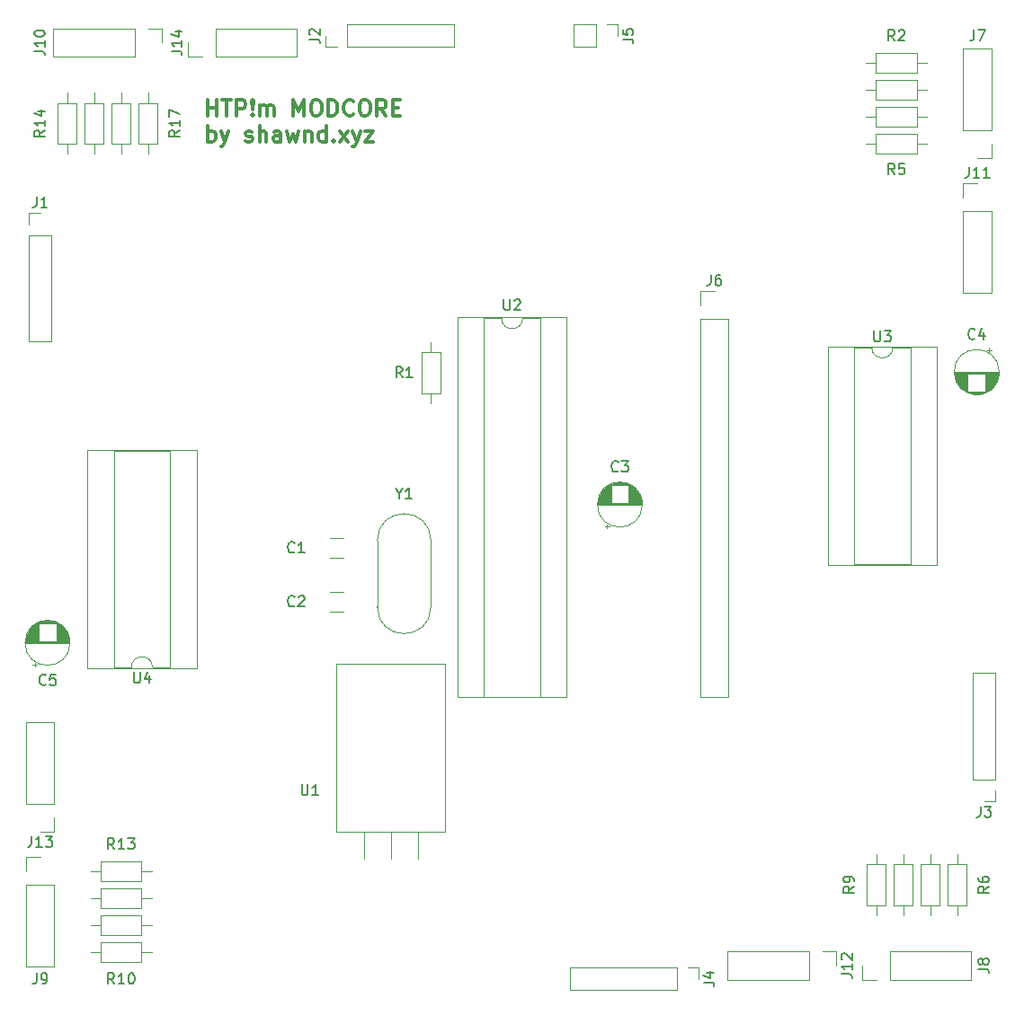
<source format=gto>
%TF.GenerationSoftware,KiCad,Pcbnew,7.0.7*%
%TF.CreationDate,2023-09-23T02:03:23-07:00*%
%TF.ProjectId,htpm_modcore,6874706d-5f6d-46f6-9463-6f72652e6b69,01*%
%TF.SameCoordinates,Original*%
%TF.FileFunction,Legend,Top*%
%TF.FilePolarity,Positive*%
%FSLAX46Y46*%
G04 Gerber Fmt 4.6, Leading zero omitted, Abs format (unit mm)*
G04 Created by KiCad (PCBNEW 7.0.7) date 2023-09-23 02:03:23*
%MOMM*%
%LPD*%
G01*
G04 APERTURE LIST*
%ADD10C,0.300000*%
%ADD11C,0.150000*%
%ADD12C,0.120000*%
G04 APERTURE END LIST*
D10*
X127554510Y-32945828D02*
X127554510Y-31445828D01*
X127554510Y-32160114D02*
X128411653Y-32160114D01*
X128411653Y-32945828D02*
X128411653Y-31445828D01*
X128911654Y-31445828D02*
X129768797Y-31445828D01*
X129340225Y-32945828D02*
X129340225Y-31445828D01*
X130268796Y-32945828D02*
X130268796Y-31445828D01*
X130268796Y-31445828D02*
X130840225Y-31445828D01*
X130840225Y-31445828D02*
X130983082Y-31517257D01*
X130983082Y-31517257D02*
X131054511Y-31588685D01*
X131054511Y-31588685D02*
X131125939Y-31731542D01*
X131125939Y-31731542D02*
X131125939Y-31945828D01*
X131125939Y-31945828D02*
X131054511Y-32088685D01*
X131054511Y-32088685D02*
X130983082Y-32160114D01*
X130983082Y-32160114D02*
X130840225Y-32231542D01*
X130840225Y-32231542D02*
X130268796Y-32231542D01*
X131768796Y-32802971D02*
X131840225Y-32874400D01*
X131840225Y-32874400D02*
X131768796Y-32945828D01*
X131768796Y-32945828D02*
X131697368Y-32874400D01*
X131697368Y-32874400D02*
X131768796Y-32802971D01*
X131768796Y-32802971D02*
X131768796Y-32945828D01*
X131768796Y-32374400D02*
X131697368Y-31517257D01*
X131697368Y-31517257D02*
X131768796Y-31445828D01*
X131768796Y-31445828D02*
X131840225Y-31517257D01*
X131840225Y-31517257D02*
X131768796Y-32374400D01*
X131768796Y-32374400D02*
X131768796Y-31445828D01*
X132483082Y-32945828D02*
X132483082Y-31945828D01*
X132483082Y-32088685D02*
X132554511Y-32017257D01*
X132554511Y-32017257D02*
X132697368Y-31945828D01*
X132697368Y-31945828D02*
X132911654Y-31945828D01*
X132911654Y-31945828D02*
X133054511Y-32017257D01*
X133054511Y-32017257D02*
X133125940Y-32160114D01*
X133125940Y-32160114D02*
X133125940Y-32945828D01*
X133125940Y-32160114D02*
X133197368Y-32017257D01*
X133197368Y-32017257D02*
X133340225Y-31945828D01*
X133340225Y-31945828D02*
X133554511Y-31945828D01*
X133554511Y-31945828D02*
X133697368Y-32017257D01*
X133697368Y-32017257D02*
X133768797Y-32160114D01*
X133768797Y-32160114D02*
X133768797Y-32945828D01*
X135625939Y-32945828D02*
X135625939Y-31445828D01*
X135625939Y-31445828D02*
X136125939Y-32517257D01*
X136125939Y-32517257D02*
X136625939Y-31445828D01*
X136625939Y-31445828D02*
X136625939Y-32945828D01*
X137625940Y-31445828D02*
X137911654Y-31445828D01*
X137911654Y-31445828D02*
X138054511Y-31517257D01*
X138054511Y-31517257D02*
X138197368Y-31660114D01*
X138197368Y-31660114D02*
X138268797Y-31945828D01*
X138268797Y-31945828D02*
X138268797Y-32445828D01*
X138268797Y-32445828D02*
X138197368Y-32731542D01*
X138197368Y-32731542D02*
X138054511Y-32874400D01*
X138054511Y-32874400D02*
X137911654Y-32945828D01*
X137911654Y-32945828D02*
X137625940Y-32945828D01*
X137625940Y-32945828D02*
X137483083Y-32874400D01*
X137483083Y-32874400D02*
X137340225Y-32731542D01*
X137340225Y-32731542D02*
X137268797Y-32445828D01*
X137268797Y-32445828D02*
X137268797Y-31945828D01*
X137268797Y-31945828D02*
X137340225Y-31660114D01*
X137340225Y-31660114D02*
X137483083Y-31517257D01*
X137483083Y-31517257D02*
X137625940Y-31445828D01*
X138911654Y-32945828D02*
X138911654Y-31445828D01*
X138911654Y-31445828D02*
X139268797Y-31445828D01*
X139268797Y-31445828D02*
X139483083Y-31517257D01*
X139483083Y-31517257D02*
X139625940Y-31660114D01*
X139625940Y-31660114D02*
X139697369Y-31802971D01*
X139697369Y-31802971D02*
X139768797Y-32088685D01*
X139768797Y-32088685D02*
X139768797Y-32302971D01*
X139768797Y-32302971D02*
X139697369Y-32588685D01*
X139697369Y-32588685D02*
X139625940Y-32731542D01*
X139625940Y-32731542D02*
X139483083Y-32874400D01*
X139483083Y-32874400D02*
X139268797Y-32945828D01*
X139268797Y-32945828D02*
X138911654Y-32945828D01*
X141268797Y-32802971D02*
X141197369Y-32874400D01*
X141197369Y-32874400D02*
X140983083Y-32945828D01*
X140983083Y-32945828D02*
X140840226Y-32945828D01*
X140840226Y-32945828D02*
X140625940Y-32874400D01*
X140625940Y-32874400D02*
X140483083Y-32731542D01*
X140483083Y-32731542D02*
X140411654Y-32588685D01*
X140411654Y-32588685D02*
X140340226Y-32302971D01*
X140340226Y-32302971D02*
X140340226Y-32088685D01*
X140340226Y-32088685D02*
X140411654Y-31802971D01*
X140411654Y-31802971D02*
X140483083Y-31660114D01*
X140483083Y-31660114D02*
X140625940Y-31517257D01*
X140625940Y-31517257D02*
X140840226Y-31445828D01*
X140840226Y-31445828D02*
X140983083Y-31445828D01*
X140983083Y-31445828D02*
X141197369Y-31517257D01*
X141197369Y-31517257D02*
X141268797Y-31588685D01*
X142197369Y-31445828D02*
X142483083Y-31445828D01*
X142483083Y-31445828D02*
X142625940Y-31517257D01*
X142625940Y-31517257D02*
X142768797Y-31660114D01*
X142768797Y-31660114D02*
X142840226Y-31945828D01*
X142840226Y-31945828D02*
X142840226Y-32445828D01*
X142840226Y-32445828D02*
X142768797Y-32731542D01*
X142768797Y-32731542D02*
X142625940Y-32874400D01*
X142625940Y-32874400D02*
X142483083Y-32945828D01*
X142483083Y-32945828D02*
X142197369Y-32945828D01*
X142197369Y-32945828D02*
X142054512Y-32874400D01*
X142054512Y-32874400D02*
X141911654Y-32731542D01*
X141911654Y-32731542D02*
X141840226Y-32445828D01*
X141840226Y-32445828D02*
X141840226Y-31945828D01*
X141840226Y-31945828D02*
X141911654Y-31660114D01*
X141911654Y-31660114D02*
X142054512Y-31517257D01*
X142054512Y-31517257D02*
X142197369Y-31445828D01*
X144340226Y-32945828D02*
X143840226Y-32231542D01*
X143483083Y-32945828D02*
X143483083Y-31445828D01*
X143483083Y-31445828D02*
X144054512Y-31445828D01*
X144054512Y-31445828D02*
X144197369Y-31517257D01*
X144197369Y-31517257D02*
X144268798Y-31588685D01*
X144268798Y-31588685D02*
X144340226Y-31731542D01*
X144340226Y-31731542D02*
X144340226Y-31945828D01*
X144340226Y-31945828D02*
X144268798Y-32088685D01*
X144268798Y-32088685D02*
X144197369Y-32160114D01*
X144197369Y-32160114D02*
X144054512Y-32231542D01*
X144054512Y-32231542D02*
X143483083Y-32231542D01*
X144983083Y-32160114D02*
X145483083Y-32160114D01*
X145697369Y-32945828D02*
X144983083Y-32945828D01*
X144983083Y-32945828D02*
X144983083Y-31445828D01*
X144983083Y-31445828D02*
X145697369Y-31445828D01*
X127554510Y-35360828D02*
X127554510Y-33860828D01*
X127554510Y-34432257D02*
X127697368Y-34360828D01*
X127697368Y-34360828D02*
X127983082Y-34360828D01*
X127983082Y-34360828D02*
X128125939Y-34432257D01*
X128125939Y-34432257D02*
X128197368Y-34503685D01*
X128197368Y-34503685D02*
X128268796Y-34646542D01*
X128268796Y-34646542D02*
X128268796Y-35075114D01*
X128268796Y-35075114D02*
X128197368Y-35217971D01*
X128197368Y-35217971D02*
X128125939Y-35289400D01*
X128125939Y-35289400D02*
X127983082Y-35360828D01*
X127983082Y-35360828D02*
X127697368Y-35360828D01*
X127697368Y-35360828D02*
X127554510Y-35289400D01*
X128768796Y-34360828D02*
X129125939Y-35360828D01*
X129483082Y-34360828D02*
X129125939Y-35360828D01*
X129125939Y-35360828D02*
X128983082Y-35717971D01*
X128983082Y-35717971D02*
X128911653Y-35789400D01*
X128911653Y-35789400D02*
X128768796Y-35860828D01*
X131125939Y-35289400D02*
X131268796Y-35360828D01*
X131268796Y-35360828D02*
X131554510Y-35360828D01*
X131554510Y-35360828D02*
X131697367Y-35289400D01*
X131697367Y-35289400D02*
X131768796Y-35146542D01*
X131768796Y-35146542D02*
X131768796Y-35075114D01*
X131768796Y-35075114D02*
X131697367Y-34932257D01*
X131697367Y-34932257D02*
X131554510Y-34860828D01*
X131554510Y-34860828D02*
X131340225Y-34860828D01*
X131340225Y-34860828D02*
X131197367Y-34789400D01*
X131197367Y-34789400D02*
X131125939Y-34646542D01*
X131125939Y-34646542D02*
X131125939Y-34575114D01*
X131125939Y-34575114D02*
X131197367Y-34432257D01*
X131197367Y-34432257D02*
X131340225Y-34360828D01*
X131340225Y-34360828D02*
X131554510Y-34360828D01*
X131554510Y-34360828D02*
X131697367Y-34432257D01*
X132411653Y-35360828D02*
X132411653Y-33860828D01*
X133054511Y-35360828D02*
X133054511Y-34575114D01*
X133054511Y-34575114D02*
X132983082Y-34432257D01*
X132983082Y-34432257D02*
X132840225Y-34360828D01*
X132840225Y-34360828D02*
X132625939Y-34360828D01*
X132625939Y-34360828D02*
X132483082Y-34432257D01*
X132483082Y-34432257D02*
X132411653Y-34503685D01*
X134411654Y-35360828D02*
X134411654Y-34575114D01*
X134411654Y-34575114D02*
X134340225Y-34432257D01*
X134340225Y-34432257D02*
X134197368Y-34360828D01*
X134197368Y-34360828D02*
X133911654Y-34360828D01*
X133911654Y-34360828D02*
X133768796Y-34432257D01*
X134411654Y-35289400D02*
X134268796Y-35360828D01*
X134268796Y-35360828D02*
X133911654Y-35360828D01*
X133911654Y-35360828D02*
X133768796Y-35289400D01*
X133768796Y-35289400D02*
X133697368Y-35146542D01*
X133697368Y-35146542D02*
X133697368Y-35003685D01*
X133697368Y-35003685D02*
X133768796Y-34860828D01*
X133768796Y-34860828D02*
X133911654Y-34789400D01*
X133911654Y-34789400D02*
X134268796Y-34789400D01*
X134268796Y-34789400D02*
X134411654Y-34717971D01*
X134983082Y-34360828D02*
X135268797Y-35360828D01*
X135268797Y-35360828D02*
X135554511Y-34646542D01*
X135554511Y-34646542D02*
X135840225Y-35360828D01*
X135840225Y-35360828D02*
X136125939Y-34360828D01*
X136697368Y-34360828D02*
X136697368Y-35360828D01*
X136697368Y-34503685D02*
X136768797Y-34432257D01*
X136768797Y-34432257D02*
X136911654Y-34360828D01*
X136911654Y-34360828D02*
X137125940Y-34360828D01*
X137125940Y-34360828D02*
X137268797Y-34432257D01*
X137268797Y-34432257D02*
X137340226Y-34575114D01*
X137340226Y-34575114D02*
X137340226Y-35360828D01*
X138697369Y-35360828D02*
X138697369Y-33860828D01*
X138697369Y-35289400D02*
X138554511Y-35360828D01*
X138554511Y-35360828D02*
X138268797Y-35360828D01*
X138268797Y-35360828D02*
X138125940Y-35289400D01*
X138125940Y-35289400D02*
X138054511Y-35217971D01*
X138054511Y-35217971D02*
X137983083Y-35075114D01*
X137983083Y-35075114D02*
X137983083Y-34646542D01*
X137983083Y-34646542D02*
X138054511Y-34503685D01*
X138054511Y-34503685D02*
X138125940Y-34432257D01*
X138125940Y-34432257D02*
X138268797Y-34360828D01*
X138268797Y-34360828D02*
X138554511Y-34360828D01*
X138554511Y-34360828D02*
X138697369Y-34432257D01*
X139411654Y-35217971D02*
X139483083Y-35289400D01*
X139483083Y-35289400D02*
X139411654Y-35360828D01*
X139411654Y-35360828D02*
X139340226Y-35289400D01*
X139340226Y-35289400D02*
X139411654Y-35217971D01*
X139411654Y-35217971D02*
X139411654Y-35360828D01*
X139983083Y-35360828D02*
X140768798Y-34360828D01*
X139983083Y-34360828D02*
X140768798Y-35360828D01*
X141197369Y-34360828D02*
X141554512Y-35360828D01*
X141911655Y-34360828D02*
X141554512Y-35360828D01*
X141554512Y-35360828D02*
X141411655Y-35717971D01*
X141411655Y-35717971D02*
X141340226Y-35789400D01*
X141340226Y-35789400D02*
X141197369Y-35860828D01*
X142340226Y-34360828D02*
X143125941Y-34360828D01*
X143125941Y-34360828D02*
X142340226Y-35360828D01*
X142340226Y-35360828D02*
X143125941Y-35360828D01*
D11*
X174234819Y-114633333D02*
X174949104Y-114633333D01*
X174949104Y-114633333D02*
X175091961Y-114680952D01*
X175091961Y-114680952D02*
X175187200Y-114776190D01*
X175187200Y-114776190D02*
X175234819Y-114919047D01*
X175234819Y-114919047D02*
X175234819Y-115014285D01*
X174568152Y-113728571D02*
X175234819Y-113728571D01*
X174187200Y-113966666D02*
X174901485Y-114204761D01*
X174901485Y-114204761D02*
X174901485Y-113585714D01*
X200326666Y-98034819D02*
X200326666Y-98749104D01*
X200326666Y-98749104D02*
X200279047Y-98891961D01*
X200279047Y-98891961D02*
X200183809Y-98987200D01*
X200183809Y-98987200D02*
X200040952Y-99034819D01*
X200040952Y-99034819D02*
X199945714Y-99034819D01*
X200707619Y-98034819D02*
X201326666Y-98034819D01*
X201326666Y-98034819D02*
X200993333Y-98415771D01*
X200993333Y-98415771D02*
X201136190Y-98415771D01*
X201136190Y-98415771D02*
X201231428Y-98463390D01*
X201231428Y-98463390D02*
X201279047Y-98511009D01*
X201279047Y-98511009D02*
X201326666Y-98606247D01*
X201326666Y-98606247D02*
X201326666Y-98844342D01*
X201326666Y-98844342D02*
X201279047Y-98939580D01*
X201279047Y-98939580D02*
X201231428Y-98987200D01*
X201231428Y-98987200D02*
X201136190Y-99034819D01*
X201136190Y-99034819D02*
X200850476Y-99034819D01*
X200850476Y-99034819D02*
X200755238Y-98987200D01*
X200755238Y-98987200D02*
X200707619Y-98939580D01*
X137094819Y-25733333D02*
X137809104Y-25733333D01*
X137809104Y-25733333D02*
X137951961Y-25780952D01*
X137951961Y-25780952D02*
X138047200Y-25876190D01*
X138047200Y-25876190D02*
X138094819Y-26019047D01*
X138094819Y-26019047D02*
X138094819Y-26114285D01*
X137190057Y-25304761D02*
X137142438Y-25257142D01*
X137142438Y-25257142D02*
X137094819Y-25161904D01*
X137094819Y-25161904D02*
X137094819Y-24923809D01*
X137094819Y-24923809D02*
X137142438Y-24828571D01*
X137142438Y-24828571D02*
X137190057Y-24780952D01*
X137190057Y-24780952D02*
X137285295Y-24733333D01*
X137285295Y-24733333D02*
X137380533Y-24733333D01*
X137380533Y-24733333D02*
X137523390Y-24780952D01*
X137523390Y-24780952D02*
X138094819Y-25352380D01*
X138094819Y-25352380D02*
X138094819Y-24733333D01*
X111426666Y-40574819D02*
X111426666Y-41289104D01*
X111426666Y-41289104D02*
X111379047Y-41431961D01*
X111379047Y-41431961D02*
X111283809Y-41527200D01*
X111283809Y-41527200D02*
X111140952Y-41574819D01*
X111140952Y-41574819D02*
X111045714Y-41574819D01*
X112426666Y-41574819D02*
X111855238Y-41574819D01*
X112140952Y-41574819D02*
X112140952Y-40574819D01*
X112140952Y-40574819D02*
X112045714Y-40717676D01*
X112045714Y-40717676D02*
X111950476Y-40812914D01*
X111950476Y-40812914D02*
X111855238Y-40860533D01*
X192238333Y-25854819D02*
X191905000Y-25378628D01*
X191666905Y-25854819D02*
X191666905Y-24854819D01*
X191666905Y-24854819D02*
X192047857Y-24854819D01*
X192047857Y-24854819D02*
X192143095Y-24902438D01*
X192143095Y-24902438D02*
X192190714Y-24950057D01*
X192190714Y-24950057D02*
X192238333Y-25045295D01*
X192238333Y-25045295D02*
X192238333Y-25188152D01*
X192238333Y-25188152D02*
X192190714Y-25283390D01*
X192190714Y-25283390D02*
X192143095Y-25331009D01*
X192143095Y-25331009D02*
X192047857Y-25378628D01*
X192047857Y-25378628D02*
X191666905Y-25378628D01*
X192619286Y-24950057D02*
X192666905Y-24902438D01*
X192666905Y-24902438D02*
X192762143Y-24854819D01*
X192762143Y-24854819D02*
X193000238Y-24854819D01*
X193000238Y-24854819D02*
X193095476Y-24902438D01*
X193095476Y-24902438D02*
X193143095Y-24950057D01*
X193143095Y-24950057D02*
X193190714Y-25045295D01*
X193190714Y-25045295D02*
X193190714Y-25140533D01*
X193190714Y-25140533D02*
X193143095Y-25283390D01*
X193143095Y-25283390D02*
X192571667Y-25854819D01*
X192571667Y-25854819D02*
X193190714Y-25854819D01*
X111426666Y-113754819D02*
X111426666Y-114469104D01*
X111426666Y-114469104D02*
X111379047Y-114611961D01*
X111379047Y-114611961D02*
X111283809Y-114707200D01*
X111283809Y-114707200D02*
X111140952Y-114754819D01*
X111140952Y-114754819D02*
X111045714Y-114754819D01*
X111950476Y-114754819D02*
X112140952Y-114754819D01*
X112140952Y-114754819D02*
X112236190Y-114707200D01*
X112236190Y-114707200D02*
X112283809Y-114659580D01*
X112283809Y-114659580D02*
X112379047Y-114516723D01*
X112379047Y-114516723D02*
X112426666Y-114326247D01*
X112426666Y-114326247D02*
X112426666Y-113945295D01*
X112426666Y-113945295D02*
X112379047Y-113850057D01*
X112379047Y-113850057D02*
X112331428Y-113802438D01*
X112331428Y-113802438D02*
X112236190Y-113754819D01*
X112236190Y-113754819D02*
X112045714Y-113754819D01*
X112045714Y-113754819D02*
X111950476Y-113802438D01*
X111950476Y-113802438D02*
X111902857Y-113850057D01*
X111902857Y-113850057D02*
X111855238Y-113945295D01*
X111855238Y-113945295D02*
X111855238Y-114183390D01*
X111855238Y-114183390D02*
X111902857Y-114278628D01*
X111902857Y-114278628D02*
X111950476Y-114326247D01*
X111950476Y-114326247D02*
X112045714Y-114373866D01*
X112045714Y-114373866D02*
X112236190Y-114373866D01*
X112236190Y-114373866D02*
X112331428Y-114326247D01*
X112331428Y-114326247D02*
X112379047Y-114278628D01*
X112379047Y-114278628D02*
X112426666Y-114183390D01*
X136398095Y-95974819D02*
X136398095Y-96784342D01*
X136398095Y-96784342D02*
X136445714Y-96879580D01*
X136445714Y-96879580D02*
X136493333Y-96927200D01*
X136493333Y-96927200D02*
X136588571Y-96974819D01*
X136588571Y-96974819D02*
X136779047Y-96974819D01*
X136779047Y-96974819D02*
X136874285Y-96927200D01*
X136874285Y-96927200D02*
X136921904Y-96879580D01*
X136921904Y-96879580D02*
X136969523Y-96784342D01*
X136969523Y-96784342D02*
X136969523Y-95974819D01*
X137969523Y-96974819D02*
X137398095Y-96974819D01*
X137683809Y-96974819D02*
X137683809Y-95974819D01*
X137683809Y-95974819D02*
X137588571Y-96117676D01*
X137588571Y-96117676D02*
X137493333Y-96212914D01*
X137493333Y-96212914D02*
X137398095Y-96260533D01*
X200114819Y-113363333D02*
X200829104Y-113363333D01*
X200829104Y-113363333D02*
X200971961Y-113410952D01*
X200971961Y-113410952D02*
X201067200Y-113506190D01*
X201067200Y-113506190D02*
X201114819Y-113649047D01*
X201114819Y-113649047D02*
X201114819Y-113744285D01*
X200543390Y-112744285D02*
X200495771Y-112839523D01*
X200495771Y-112839523D02*
X200448152Y-112887142D01*
X200448152Y-112887142D02*
X200352914Y-112934761D01*
X200352914Y-112934761D02*
X200305295Y-112934761D01*
X200305295Y-112934761D02*
X200210057Y-112887142D01*
X200210057Y-112887142D02*
X200162438Y-112839523D01*
X200162438Y-112839523D02*
X200114819Y-112744285D01*
X200114819Y-112744285D02*
X200114819Y-112553809D01*
X200114819Y-112553809D02*
X200162438Y-112458571D01*
X200162438Y-112458571D02*
X200210057Y-112410952D01*
X200210057Y-112410952D02*
X200305295Y-112363333D01*
X200305295Y-112363333D02*
X200352914Y-112363333D01*
X200352914Y-112363333D02*
X200448152Y-112410952D01*
X200448152Y-112410952D02*
X200495771Y-112458571D01*
X200495771Y-112458571D02*
X200543390Y-112553809D01*
X200543390Y-112553809D02*
X200543390Y-112744285D01*
X200543390Y-112744285D02*
X200591009Y-112839523D01*
X200591009Y-112839523D02*
X200638628Y-112887142D01*
X200638628Y-112887142D02*
X200733866Y-112934761D01*
X200733866Y-112934761D02*
X200924342Y-112934761D01*
X200924342Y-112934761D02*
X201019580Y-112887142D01*
X201019580Y-112887142D02*
X201067200Y-112839523D01*
X201067200Y-112839523D02*
X201114819Y-112744285D01*
X201114819Y-112744285D02*
X201114819Y-112553809D01*
X201114819Y-112553809D02*
X201067200Y-112458571D01*
X201067200Y-112458571D02*
X201019580Y-112410952D01*
X201019580Y-112410952D02*
X200924342Y-112363333D01*
X200924342Y-112363333D02*
X200733866Y-112363333D01*
X200733866Y-112363333D02*
X200638628Y-112410952D01*
X200638628Y-112410952D02*
X200591009Y-112458571D01*
X200591009Y-112458571D02*
X200543390Y-112553809D01*
X201114819Y-105576666D02*
X200638628Y-105909999D01*
X201114819Y-106148094D02*
X200114819Y-106148094D01*
X200114819Y-106148094D02*
X200114819Y-105767142D01*
X200114819Y-105767142D02*
X200162438Y-105671904D01*
X200162438Y-105671904D02*
X200210057Y-105624285D01*
X200210057Y-105624285D02*
X200305295Y-105576666D01*
X200305295Y-105576666D02*
X200448152Y-105576666D01*
X200448152Y-105576666D02*
X200543390Y-105624285D01*
X200543390Y-105624285D02*
X200591009Y-105671904D01*
X200591009Y-105671904D02*
X200638628Y-105767142D01*
X200638628Y-105767142D02*
X200638628Y-106148094D01*
X200114819Y-104719523D02*
X200114819Y-104909999D01*
X200114819Y-104909999D02*
X200162438Y-105005237D01*
X200162438Y-105005237D02*
X200210057Y-105052856D01*
X200210057Y-105052856D02*
X200352914Y-105148094D01*
X200352914Y-105148094D02*
X200543390Y-105195713D01*
X200543390Y-105195713D02*
X200924342Y-105195713D01*
X200924342Y-105195713D02*
X201019580Y-105148094D01*
X201019580Y-105148094D02*
X201067200Y-105100475D01*
X201067200Y-105100475D02*
X201114819Y-105005237D01*
X201114819Y-105005237D02*
X201114819Y-104814761D01*
X201114819Y-104814761D02*
X201067200Y-104719523D01*
X201067200Y-104719523D02*
X201019580Y-104671904D01*
X201019580Y-104671904D02*
X200924342Y-104624285D01*
X200924342Y-104624285D02*
X200686247Y-104624285D01*
X200686247Y-104624285D02*
X200591009Y-104671904D01*
X200591009Y-104671904D02*
X200543390Y-104719523D01*
X200543390Y-104719523D02*
X200495771Y-104814761D01*
X200495771Y-104814761D02*
X200495771Y-105005237D01*
X200495771Y-105005237D02*
X200543390Y-105100475D01*
X200543390Y-105100475D02*
X200591009Y-105148094D01*
X200591009Y-105148094D02*
X200686247Y-105195713D01*
X110950476Y-100844819D02*
X110950476Y-101559104D01*
X110950476Y-101559104D02*
X110902857Y-101701961D01*
X110902857Y-101701961D02*
X110807619Y-101797200D01*
X110807619Y-101797200D02*
X110664762Y-101844819D01*
X110664762Y-101844819D02*
X110569524Y-101844819D01*
X111950476Y-101844819D02*
X111379048Y-101844819D01*
X111664762Y-101844819D02*
X111664762Y-100844819D01*
X111664762Y-100844819D02*
X111569524Y-100987676D01*
X111569524Y-100987676D02*
X111474286Y-101082914D01*
X111474286Y-101082914D02*
X111379048Y-101130533D01*
X112283810Y-100844819D02*
X112902857Y-100844819D01*
X112902857Y-100844819D02*
X112569524Y-101225771D01*
X112569524Y-101225771D02*
X112712381Y-101225771D01*
X112712381Y-101225771D02*
X112807619Y-101273390D01*
X112807619Y-101273390D02*
X112855238Y-101321009D01*
X112855238Y-101321009D02*
X112902857Y-101416247D01*
X112902857Y-101416247D02*
X112902857Y-101654342D01*
X112902857Y-101654342D02*
X112855238Y-101749580D01*
X112855238Y-101749580D02*
X112807619Y-101797200D01*
X112807619Y-101797200D02*
X112712381Y-101844819D01*
X112712381Y-101844819D02*
X112426667Y-101844819D01*
X112426667Y-101844819D02*
X112331429Y-101797200D01*
X112331429Y-101797200D02*
X112283810Y-101749580D01*
X135713333Y-79099580D02*
X135665714Y-79147200D01*
X135665714Y-79147200D02*
X135522857Y-79194819D01*
X135522857Y-79194819D02*
X135427619Y-79194819D01*
X135427619Y-79194819D02*
X135284762Y-79147200D01*
X135284762Y-79147200D02*
X135189524Y-79051961D01*
X135189524Y-79051961D02*
X135141905Y-78956723D01*
X135141905Y-78956723D02*
X135094286Y-78766247D01*
X135094286Y-78766247D02*
X135094286Y-78623390D01*
X135094286Y-78623390D02*
X135141905Y-78432914D01*
X135141905Y-78432914D02*
X135189524Y-78337676D01*
X135189524Y-78337676D02*
X135284762Y-78242438D01*
X135284762Y-78242438D02*
X135427619Y-78194819D01*
X135427619Y-78194819D02*
X135522857Y-78194819D01*
X135522857Y-78194819D02*
X135665714Y-78242438D01*
X135665714Y-78242438D02*
X135713333Y-78290057D01*
X136094286Y-78290057D02*
X136141905Y-78242438D01*
X136141905Y-78242438D02*
X136237143Y-78194819D01*
X136237143Y-78194819D02*
X136475238Y-78194819D01*
X136475238Y-78194819D02*
X136570476Y-78242438D01*
X136570476Y-78242438D02*
X136618095Y-78290057D01*
X136618095Y-78290057D02*
X136665714Y-78385295D01*
X136665714Y-78385295D02*
X136665714Y-78480533D01*
X136665714Y-78480533D02*
X136618095Y-78623390D01*
X136618095Y-78623390D02*
X136046667Y-79194819D01*
X136046667Y-79194819D02*
X136665714Y-79194819D01*
X145873333Y-57604819D02*
X145540000Y-57128628D01*
X145301905Y-57604819D02*
X145301905Y-56604819D01*
X145301905Y-56604819D02*
X145682857Y-56604819D01*
X145682857Y-56604819D02*
X145778095Y-56652438D01*
X145778095Y-56652438D02*
X145825714Y-56700057D01*
X145825714Y-56700057D02*
X145873333Y-56795295D01*
X145873333Y-56795295D02*
X145873333Y-56938152D01*
X145873333Y-56938152D02*
X145825714Y-57033390D01*
X145825714Y-57033390D02*
X145778095Y-57081009D01*
X145778095Y-57081009D02*
X145682857Y-57128628D01*
X145682857Y-57128628D02*
X145301905Y-57128628D01*
X146825714Y-57604819D02*
X146254286Y-57604819D01*
X146540000Y-57604819D02*
X146540000Y-56604819D01*
X146540000Y-56604819D02*
X146444762Y-56747676D01*
X146444762Y-56747676D02*
X146349524Y-56842914D01*
X146349524Y-56842914D02*
X146254286Y-56890533D01*
X112293333Y-86509580D02*
X112245714Y-86557200D01*
X112245714Y-86557200D02*
X112102857Y-86604819D01*
X112102857Y-86604819D02*
X112007619Y-86604819D01*
X112007619Y-86604819D02*
X111864762Y-86557200D01*
X111864762Y-86557200D02*
X111769524Y-86461961D01*
X111769524Y-86461961D02*
X111721905Y-86366723D01*
X111721905Y-86366723D02*
X111674286Y-86176247D01*
X111674286Y-86176247D02*
X111674286Y-86033390D01*
X111674286Y-86033390D02*
X111721905Y-85842914D01*
X111721905Y-85842914D02*
X111769524Y-85747676D01*
X111769524Y-85747676D02*
X111864762Y-85652438D01*
X111864762Y-85652438D02*
X112007619Y-85604819D01*
X112007619Y-85604819D02*
X112102857Y-85604819D01*
X112102857Y-85604819D02*
X112245714Y-85652438D01*
X112245714Y-85652438D02*
X112293333Y-85700057D01*
X113198095Y-85604819D02*
X112721905Y-85604819D01*
X112721905Y-85604819D02*
X112674286Y-86081009D01*
X112674286Y-86081009D02*
X112721905Y-86033390D01*
X112721905Y-86033390D02*
X112817143Y-85985771D01*
X112817143Y-85985771D02*
X113055238Y-85985771D01*
X113055238Y-85985771D02*
X113150476Y-86033390D01*
X113150476Y-86033390D02*
X113198095Y-86081009D01*
X113198095Y-86081009D02*
X113245714Y-86176247D01*
X113245714Y-86176247D02*
X113245714Y-86414342D01*
X113245714Y-86414342D02*
X113198095Y-86509580D01*
X113198095Y-86509580D02*
X113150476Y-86557200D01*
X113150476Y-86557200D02*
X113055238Y-86604819D01*
X113055238Y-86604819D02*
X112817143Y-86604819D01*
X112817143Y-86604819D02*
X112721905Y-86557200D01*
X112721905Y-86557200D02*
X112674286Y-86509580D01*
X199793333Y-53909580D02*
X199745714Y-53957200D01*
X199745714Y-53957200D02*
X199602857Y-54004819D01*
X199602857Y-54004819D02*
X199507619Y-54004819D01*
X199507619Y-54004819D02*
X199364762Y-53957200D01*
X199364762Y-53957200D02*
X199269524Y-53861961D01*
X199269524Y-53861961D02*
X199221905Y-53766723D01*
X199221905Y-53766723D02*
X199174286Y-53576247D01*
X199174286Y-53576247D02*
X199174286Y-53433390D01*
X199174286Y-53433390D02*
X199221905Y-53242914D01*
X199221905Y-53242914D02*
X199269524Y-53147676D01*
X199269524Y-53147676D02*
X199364762Y-53052438D01*
X199364762Y-53052438D02*
X199507619Y-53004819D01*
X199507619Y-53004819D02*
X199602857Y-53004819D01*
X199602857Y-53004819D02*
X199745714Y-53052438D01*
X199745714Y-53052438D02*
X199793333Y-53100057D01*
X200650476Y-53338152D02*
X200650476Y-54004819D01*
X200412381Y-52957200D02*
X200174286Y-53671485D01*
X200174286Y-53671485D02*
X200793333Y-53671485D01*
X155438095Y-50254819D02*
X155438095Y-51064342D01*
X155438095Y-51064342D02*
X155485714Y-51159580D01*
X155485714Y-51159580D02*
X155533333Y-51207200D01*
X155533333Y-51207200D02*
X155628571Y-51254819D01*
X155628571Y-51254819D02*
X155819047Y-51254819D01*
X155819047Y-51254819D02*
X155914285Y-51207200D01*
X155914285Y-51207200D02*
X155961904Y-51159580D01*
X155961904Y-51159580D02*
X156009523Y-51064342D01*
X156009523Y-51064342D02*
X156009523Y-50254819D01*
X156438095Y-50350057D02*
X156485714Y-50302438D01*
X156485714Y-50302438D02*
X156580952Y-50254819D01*
X156580952Y-50254819D02*
X156819047Y-50254819D01*
X156819047Y-50254819D02*
X156914285Y-50302438D01*
X156914285Y-50302438D02*
X156961904Y-50350057D01*
X156961904Y-50350057D02*
X157009523Y-50445295D01*
X157009523Y-50445295D02*
X157009523Y-50540533D01*
X157009523Y-50540533D02*
X156961904Y-50683390D01*
X156961904Y-50683390D02*
X156390476Y-51254819D01*
X156390476Y-51254819D02*
X157009523Y-51254819D01*
X174926666Y-47924819D02*
X174926666Y-48639104D01*
X174926666Y-48639104D02*
X174879047Y-48781961D01*
X174879047Y-48781961D02*
X174783809Y-48877200D01*
X174783809Y-48877200D02*
X174640952Y-48924819D01*
X174640952Y-48924819D02*
X174545714Y-48924819D01*
X175831428Y-47924819D02*
X175640952Y-47924819D01*
X175640952Y-47924819D02*
X175545714Y-47972438D01*
X175545714Y-47972438D02*
X175498095Y-48020057D01*
X175498095Y-48020057D02*
X175402857Y-48162914D01*
X175402857Y-48162914D02*
X175355238Y-48353390D01*
X175355238Y-48353390D02*
X175355238Y-48734342D01*
X175355238Y-48734342D02*
X175402857Y-48829580D01*
X175402857Y-48829580D02*
X175450476Y-48877200D01*
X175450476Y-48877200D02*
X175545714Y-48924819D01*
X175545714Y-48924819D02*
X175736190Y-48924819D01*
X175736190Y-48924819D02*
X175831428Y-48877200D01*
X175831428Y-48877200D02*
X175879047Y-48829580D01*
X175879047Y-48829580D02*
X175926666Y-48734342D01*
X175926666Y-48734342D02*
X175926666Y-48496247D01*
X175926666Y-48496247D02*
X175879047Y-48401009D01*
X175879047Y-48401009D02*
X175831428Y-48353390D01*
X175831428Y-48353390D02*
X175736190Y-48305771D01*
X175736190Y-48305771D02*
X175545714Y-48305771D01*
X175545714Y-48305771D02*
X175450476Y-48353390D01*
X175450476Y-48353390D02*
X175402857Y-48401009D01*
X175402857Y-48401009D02*
X175355238Y-48496247D01*
X192238333Y-38454819D02*
X191905000Y-37978628D01*
X191666905Y-38454819D02*
X191666905Y-37454819D01*
X191666905Y-37454819D02*
X192047857Y-37454819D01*
X192047857Y-37454819D02*
X192143095Y-37502438D01*
X192143095Y-37502438D02*
X192190714Y-37550057D01*
X192190714Y-37550057D02*
X192238333Y-37645295D01*
X192238333Y-37645295D02*
X192238333Y-37788152D01*
X192238333Y-37788152D02*
X192190714Y-37883390D01*
X192190714Y-37883390D02*
X192143095Y-37931009D01*
X192143095Y-37931009D02*
X192047857Y-37978628D01*
X192047857Y-37978628D02*
X191666905Y-37978628D01*
X193143095Y-37454819D02*
X192666905Y-37454819D01*
X192666905Y-37454819D02*
X192619286Y-37931009D01*
X192619286Y-37931009D02*
X192666905Y-37883390D01*
X192666905Y-37883390D02*
X192762143Y-37835771D01*
X192762143Y-37835771D02*
X193000238Y-37835771D01*
X193000238Y-37835771D02*
X193095476Y-37883390D01*
X193095476Y-37883390D02*
X193143095Y-37931009D01*
X193143095Y-37931009D02*
X193190714Y-38026247D01*
X193190714Y-38026247D02*
X193190714Y-38264342D01*
X193190714Y-38264342D02*
X193143095Y-38359580D01*
X193143095Y-38359580D02*
X193095476Y-38407200D01*
X193095476Y-38407200D02*
X193000238Y-38454819D01*
X193000238Y-38454819D02*
X192762143Y-38454819D01*
X192762143Y-38454819D02*
X192666905Y-38407200D01*
X192666905Y-38407200D02*
X192619286Y-38359580D01*
X199691666Y-24854819D02*
X199691666Y-25569104D01*
X199691666Y-25569104D02*
X199644047Y-25711961D01*
X199644047Y-25711961D02*
X199548809Y-25807200D01*
X199548809Y-25807200D02*
X199405952Y-25854819D01*
X199405952Y-25854819D02*
X199310714Y-25854819D01*
X200072619Y-24854819D02*
X200739285Y-24854819D01*
X200739285Y-24854819D02*
X200310714Y-25854819D01*
X187204819Y-113839523D02*
X187919104Y-113839523D01*
X187919104Y-113839523D02*
X188061961Y-113887142D01*
X188061961Y-113887142D02*
X188157200Y-113982380D01*
X188157200Y-113982380D02*
X188204819Y-114125237D01*
X188204819Y-114125237D02*
X188204819Y-114220475D01*
X188204819Y-112839523D02*
X188204819Y-113410951D01*
X188204819Y-113125237D02*
X187204819Y-113125237D01*
X187204819Y-113125237D02*
X187347676Y-113220475D01*
X187347676Y-113220475D02*
X187442914Y-113315713D01*
X187442914Y-113315713D02*
X187490533Y-113410951D01*
X187300057Y-112458570D02*
X187252438Y-112410951D01*
X187252438Y-112410951D02*
X187204819Y-112315713D01*
X187204819Y-112315713D02*
X187204819Y-112077618D01*
X187204819Y-112077618D02*
X187252438Y-111982380D01*
X187252438Y-111982380D02*
X187300057Y-111934761D01*
X187300057Y-111934761D02*
X187395295Y-111887142D01*
X187395295Y-111887142D02*
X187490533Y-111887142D01*
X187490533Y-111887142D02*
X187633390Y-111934761D01*
X187633390Y-111934761D02*
X188204819Y-112506189D01*
X188204819Y-112506189D02*
X188204819Y-111887142D01*
X120588095Y-85394819D02*
X120588095Y-86204342D01*
X120588095Y-86204342D02*
X120635714Y-86299580D01*
X120635714Y-86299580D02*
X120683333Y-86347200D01*
X120683333Y-86347200D02*
X120778571Y-86394819D01*
X120778571Y-86394819D02*
X120969047Y-86394819D01*
X120969047Y-86394819D02*
X121064285Y-86347200D01*
X121064285Y-86347200D02*
X121111904Y-86299580D01*
X121111904Y-86299580D02*
X121159523Y-86204342D01*
X121159523Y-86204342D02*
X121159523Y-85394819D01*
X122064285Y-85728152D02*
X122064285Y-86394819D01*
X121826190Y-85347200D02*
X121588095Y-86061485D01*
X121588095Y-86061485D02*
X122207142Y-86061485D01*
X112214819Y-34297857D02*
X111738628Y-34631190D01*
X112214819Y-34869285D02*
X111214819Y-34869285D01*
X111214819Y-34869285D02*
X111214819Y-34488333D01*
X111214819Y-34488333D02*
X111262438Y-34393095D01*
X111262438Y-34393095D02*
X111310057Y-34345476D01*
X111310057Y-34345476D02*
X111405295Y-34297857D01*
X111405295Y-34297857D02*
X111548152Y-34297857D01*
X111548152Y-34297857D02*
X111643390Y-34345476D01*
X111643390Y-34345476D02*
X111691009Y-34393095D01*
X111691009Y-34393095D02*
X111738628Y-34488333D01*
X111738628Y-34488333D02*
X111738628Y-34869285D01*
X112214819Y-33345476D02*
X112214819Y-33916904D01*
X112214819Y-33631190D02*
X111214819Y-33631190D01*
X111214819Y-33631190D02*
X111357676Y-33726428D01*
X111357676Y-33726428D02*
X111452914Y-33821666D01*
X111452914Y-33821666D02*
X111500533Y-33916904D01*
X111548152Y-32488333D02*
X112214819Y-32488333D01*
X111167200Y-32726428D02*
X111881485Y-32964523D01*
X111881485Y-32964523D02*
X111881485Y-32345476D01*
X135713333Y-74019580D02*
X135665714Y-74067200D01*
X135665714Y-74067200D02*
X135522857Y-74114819D01*
X135522857Y-74114819D02*
X135427619Y-74114819D01*
X135427619Y-74114819D02*
X135284762Y-74067200D01*
X135284762Y-74067200D02*
X135189524Y-73971961D01*
X135189524Y-73971961D02*
X135141905Y-73876723D01*
X135141905Y-73876723D02*
X135094286Y-73686247D01*
X135094286Y-73686247D02*
X135094286Y-73543390D01*
X135094286Y-73543390D02*
X135141905Y-73352914D01*
X135141905Y-73352914D02*
X135189524Y-73257676D01*
X135189524Y-73257676D02*
X135284762Y-73162438D01*
X135284762Y-73162438D02*
X135427619Y-73114819D01*
X135427619Y-73114819D02*
X135522857Y-73114819D01*
X135522857Y-73114819D02*
X135665714Y-73162438D01*
X135665714Y-73162438D02*
X135713333Y-73210057D01*
X136665714Y-74114819D02*
X136094286Y-74114819D01*
X136380000Y-74114819D02*
X136380000Y-73114819D01*
X136380000Y-73114819D02*
X136284762Y-73257676D01*
X136284762Y-73257676D02*
X136189524Y-73352914D01*
X136189524Y-73352914D02*
X136094286Y-73400533D01*
X118737142Y-114754819D02*
X118403809Y-114278628D01*
X118165714Y-114754819D02*
X118165714Y-113754819D01*
X118165714Y-113754819D02*
X118546666Y-113754819D01*
X118546666Y-113754819D02*
X118641904Y-113802438D01*
X118641904Y-113802438D02*
X118689523Y-113850057D01*
X118689523Y-113850057D02*
X118737142Y-113945295D01*
X118737142Y-113945295D02*
X118737142Y-114088152D01*
X118737142Y-114088152D02*
X118689523Y-114183390D01*
X118689523Y-114183390D02*
X118641904Y-114231009D01*
X118641904Y-114231009D02*
X118546666Y-114278628D01*
X118546666Y-114278628D02*
X118165714Y-114278628D01*
X119689523Y-114754819D02*
X119118095Y-114754819D01*
X119403809Y-114754819D02*
X119403809Y-113754819D01*
X119403809Y-113754819D02*
X119308571Y-113897676D01*
X119308571Y-113897676D02*
X119213333Y-113992914D01*
X119213333Y-113992914D02*
X119118095Y-114040533D01*
X120308571Y-113754819D02*
X120403809Y-113754819D01*
X120403809Y-113754819D02*
X120499047Y-113802438D01*
X120499047Y-113802438D02*
X120546666Y-113850057D01*
X120546666Y-113850057D02*
X120594285Y-113945295D01*
X120594285Y-113945295D02*
X120641904Y-114135771D01*
X120641904Y-114135771D02*
X120641904Y-114373866D01*
X120641904Y-114373866D02*
X120594285Y-114564342D01*
X120594285Y-114564342D02*
X120546666Y-114659580D01*
X120546666Y-114659580D02*
X120499047Y-114707200D01*
X120499047Y-114707200D02*
X120403809Y-114754819D01*
X120403809Y-114754819D02*
X120308571Y-114754819D01*
X120308571Y-114754819D02*
X120213333Y-114707200D01*
X120213333Y-114707200D02*
X120165714Y-114659580D01*
X120165714Y-114659580D02*
X120118095Y-114564342D01*
X120118095Y-114564342D02*
X120070476Y-114373866D01*
X120070476Y-114373866D02*
X120070476Y-114135771D01*
X120070476Y-114135771D02*
X120118095Y-113945295D01*
X120118095Y-113945295D02*
X120165714Y-113850057D01*
X120165714Y-113850057D02*
X120213333Y-113802438D01*
X120213333Y-113802438D02*
X120308571Y-113754819D01*
X124124819Y-26844523D02*
X124839104Y-26844523D01*
X124839104Y-26844523D02*
X124981961Y-26892142D01*
X124981961Y-26892142D02*
X125077200Y-26987380D01*
X125077200Y-26987380D02*
X125124819Y-27130237D01*
X125124819Y-27130237D02*
X125124819Y-27225475D01*
X125124819Y-25844523D02*
X125124819Y-26415951D01*
X125124819Y-26130237D02*
X124124819Y-26130237D01*
X124124819Y-26130237D02*
X124267676Y-26225475D01*
X124267676Y-26225475D02*
X124362914Y-26320713D01*
X124362914Y-26320713D02*
X124410533Y-26415951D01*
X124458152Y-24987380D02*
X125124819Y-24987380D01*
X124077200Y-25225475D02*
X124791485Y-25463570D01*
X124791485Y-25463570D02*
X124791485Y-24844523D01*
X124914819Y-34297857D02*
X124438628Y-34631190D01*
X124914819Y-34869285D02*
X123914819Y-34869285D01*
X123914819Y-34869285D02*
X123914819Y-34488333D01*
X123914819Y-34488333D02*
X123962438Y-34393095D01*
X123962438Y-34393095D02*
X124010057Y-34345476D01*
X124010057Y-34345476D02*
X124105295Y-34297857D01*
X124105295Y-34297857D02*
X124248152Y-34297857D01*
X124248152Y-34297857D02*
X124343390Y-34345476D01*
X124343390Y-34345476D02*
X124391009Y-34393095D01*
X124391009Y-34393095D02*
X124438628Y-34488333D01*
X124438628Y-34488333D02*
X124438628Y-34869285D01*
X124914819Y-33345476D02*
X124914819Y-33916904D01*
X124914819Y-33631190D02*
X123914819Y-33631190D01*
X123914819Y-33631190D02*
X124057676Y-33726428D01*
X124057676Y-33726428D02*
X124152914Y-33821666D01*
X124152914Y-33821666D02*
X124200533Y-33916904D01*
X123914819Y-33012142D02*
X123914819Y-32345476D01*
X123914819Y-32345476D02*
X124914819Y-32774047D01*
X188414819Y-105576666D02*
X187938628Y-105909999D01*
X188414819Y-106148094D02*
X187414819Y-106148094D01*
X187414819Y-106148094D02*
X187414819Y-105767142D01*
X187414819Y-105767142D02*
X187462438Y-105671904D01*
X187462438Y-105671904D02*
X187510057Y-105624285D01*
X187510057Y-105624285D02*
X187605295Y-105576666D01*
X187605295Y-105576666D02*
X187748152Y-105576666D01*
X187748152Y-105576666D02*
X187843390Y-105624285D01*
X187843390Y-105624285D02*
X187891009Y-105671904D01*
X187891009Y-105671904D02*
X187938628Y-105767142D01*
X187938628Y-105767142D02*
X187938628Y-106148094D01*
X188414819Y-105100475D02*
X188414819Y-104909999D01*
X188414819Y-104909999D02*
X188367200Y-104814761D01*
X188367200Y-104814761D02*
X188319580Y-104767142D01*
X188319580Y-104767142D02*
X188176723Y-104671904D01*
X188176723Y-104671904D02*
X187986247Y-104624285D01*
X187986247Y-104624285D02*
X187605295Y-104624285D01*
X187605295Y-104624285D02*
X187510057Y-104671904D01*
X187510057Y-104671904D02*
X187462438Y-104719523D01*
X187462438Y-104719523D02*
X187414819Y-104814761D01*
X187414819Y-104814761D02*
X187414819Y-105005237D01*
X187414819Y-105005237D02*
X187462438Y-105100475D01*
X187462438Y-105100475D02*
X187510057Y-105148094D01*
X187510057Y-105148094D02*
X187605295Y-105195713D01*
X187605295Y-105195713D02*
X187843390Y-105195713D01*
X187843390Y-105195713D02*
X187938628Y-105148094D01*
X187938628Y-105148094D02*
X187986247Y-105100475D01*
X187986247Y-105100475D02*
X188033866Y-105005237D01*
X188033866Y-105005237D02*
X188033866Y-104814761D01*
X188033866Y-104814761D02*
X187986247Y-104719523D01*
X187986247Y-104719523D02*
X187938628Y-104671904D01*
X187938628Y-104671904D02*
X187843390Y-104624285D01*
X166614819Y-25733333D02*
X167329104Y-25733333D01*
X167329104Y-25733333D02*
X167471961Y-25780952D01*
X167471961Y-25780952D02*
X167567200Y-25876190D01*
X167567200Y-25876190D02*
X167614819Y-26019047D01*
X167614819Y-26019047D02*
X167614819Y-26114285D01*
X166614819Y-24780952D02*
X166614819Y-25257142D01*
X166614819Y-25257142D02*
X167091009Y-25304761D01*
X167091009Y-25304761D02*
X167043390Y-25257142D01*
X167043390Y-25257142D02*
X166995771Y-25161904D01*
X166995771Y-25161904D02*
X166995771Y-24923809D01*
X166995771Y-24923809D02*
X167043390Y-24828571D01*
X167043390Y-24828571D02*
X167091009Y-24780952D01*
X167091009Y-24780952D02*
X167186247Y-24733333D01*
X167186247Y-24733333D02*
X167424342Y-24733333D01*
X167424342Y-24733333D02*
X167519580Y-24780952D01*
X167519580Y-24780952D02*
X167567200Y-24828571D01*
X167567200Y-24828571D02*
X167614819Y-24923809D01*
X167614819Y-24923809D02*
X167614819Y-25161904D01*
X167614819Y-25161904D02*
X167567200Y-25257142D01*
X167567200Y-25257142D02*
X167519580Y-25304761D01*
X111214819Y-26844523D02*
X111929104Y-26844523D01*
X111929104Y-26844523D02*
X112071961Y-26892142D01*
X112071961Y-26892142D02*
X112167200Y-26987380D01*
X112167200Y-26987380D02*
X112214819Y-27130237D01*
X112214819Y-27130237D02*
X112214819Y-27225475D01*
X112214819Y-25844523D02*
X112214819Y-26415951D01*
X112214819Y-26130237D02*
X111214819Y-26130237D01*
X111214819Y-26130237D02*
X111357676Y-26225475D01*
X111357676Y-26225475D02*
X111452914Y-26320713D01*
X111452914Y-26320713D02*
X111500533Y-26415951D01*
X111214819Y-25225475D02*
X111214819Y-25130237D01*
X111214819Y-25130237D02*
X111262438Y-25034999D01*
X111262438Y-25034999D02*
X111310057Y-24987380D01*
X111310057Y-24987380D02*
X111405295Y-24939761D01*
X111405295Y-24939761D02*
X111595771Y-24892142D01*
X111595771Y-24892142D02*
X111833866Y-24892142D01*
X111833866Y-24892142D02*
X112024342Y-24939761D01*
X112024342Y-24939761D02*
X112119580Y-24987380D01*
X112119580Y-24987380D02*
X112167200Y-25034999D01*
X112167200Y-25034999D02*
X112214819Y-25130237D01*
X112214819Y-25130237D02*
X112214819Y-25225475D01*
X112214819Y-25225475D02*
X112167200Y-25320713D01*
X112167200Y-25320713D02*
X112119580Y-25368332D01*
X112119580Y-25368332D02*
X112024342Y-25415951D01*
X112024342Y-25415951D02*
X111833866Y-25463570D01*
X111833866Y-25463570D02*
X111595771Y-25463570D01*
X111595771Y-25463570D02*
X111405295Y-25415951D01*
X111405295Y-25415951D02*
X111310057Y-25368332D01*
X111310057Y-25368332D02*
X111262438Y-25320713D01*
X111262438Y-25320713D02*
X111214819Y-25225475D01*
X166193333Y-66399580D02*
X166145714Y-66447200D01*
X166145714Y-66447200D02*
X166002857Y-66494819D01*
X166002857Y-66494819D02*
X165907619Y-66494819D01*
X165907619Y-66494819D02*
X165764762Y-66447200D01*
X165764762Y-66447200D02*
X165669524Y-66351961D01*
X165669524Y-66351961D02*
X165621905Y-66256723D01*
X165621905Y-66256723D02*
X165574286Y-66066247D01*
X165574286Y-66066247D02*
X165574286Y-65923390D01*
X165574286Y-65923390D02*
X165621905Y-65732914D01*
X165621905Y-65732914D02*
X165669524Y-65637676D01*
X165669524Y-65637676D02*
X165764762Y-65542438D01*
X165764762Y-65542438D02*
X165907619Y-65494819D01*
X165907619Y-65494819D02*
X166002857Y-65494819D01*
X166002857Y-65494819D02*
X166145714Y-65542438D01*
X166145714Y-65542438D02*
X166193333Y-65590057D01*
X166526667Y-65494819D02*
X167145714Y-65494819D01*
X167145714Y-65494819D02*
X166812381Y-65875771D01*
X166812381Y-65875771D02*
X166955238Y-65875771D01*
X166955238Y-65875771D02*
X167050476Y-65923390D01*
X167050476Y-65923390D02*
X167098095Y-65971009D01*
X167098095Y-65971009D02*
X167145714Y-66066247D01*
X167145714Y-66066247D02*
X167145714Y-66304342D01*
X167145714Y-66304342D02*
X167098095Y-66399580D01*
X167098095Y-66399580D02*
X167050476Y-66447200D01*
X167050476Y-66447200D02*
X166955238Y-66494819D01*
X166955238Y-66494819D02*
X166669524Y-66494819D01*
X166669524Y-66494819D02*
X166574286Y-66447200D01*
X166574286Y-66447200D02*
X166526667Y-66399580D01*
X118737142Y-102054819D02*
X118403809Y-101578628D01*
X118165714Y-102054819D02*
X118165714Y-101054819D01*
X118165714Y-101054819D02*
X118546666Y-101054819D01*
X118546666Y-101054819D02*
X118641904Y-101102438D01*
X118641904Y-101102438D02*
X118689523Y-101150057D01*
X118689523Y-101150057D02*
X118737142Y-101245295D01*
X118737142Y-101245295D02*
X118737142Y-101388152D01*
X118737142Y-101388152D02*
X118689523Y-101483390D01*
X118689523Y-101483390D02*
X118641904Y-101531009D01*
X118641904Y-101531009D02*
X118546666Y-101578628D01*
X118546666Y-101578628D02*
X118165714Y-101578628D01*
X119689523Y-102054819D02*
X119118095Y-102054819D01*
X119403809Y-102054819D02*
X119403809Y-101054819D01*
X119403809Y-101054819D02*
X119308571Y-101197676D01*
X119308571Y-101197676D02*
X119213333Y-101292914D01*
X119213333Y-101292914D02*
X119118095Y-101340533D01*
X120022857Y-101054819D02*
X120641904Y-101054819D01*
X120641904Y-101054819D02*
X120308571Y-101435771D01*
X120308571Y-101435771D02*
X120451428Y-101435771D01*
X120451428Y-101435771D02*
X120546666Y-101483390D01*
X120546666Y-101483390D02*
X120594285Y-101531009D01*
X120594285Y-101531009D02*
X120641904Y-101626247D01*
X120641904Y-101626247D02*
X120641904Y-101864342D01*
X120641904Y-101864342D02*
X120594285Y-101959580D01*
X120594285Y-101959580D02*
X120546666Y-102007200D01*
X120546666Y-102007200D02*
X120451428Y-102054819D01*
X120451428Y-102054819D02*
X120165714Y-102054819D01*
X120165714Y-102054819D02*
X120070476Y-102007200D01*
X120070476Y-102007200D02*
X120022857Y-101959580D01*
X145563809Y-68558628D02*
X145563809Y-69034819D01*
X145230476Y-68034819D02*
X145563809Y-68558628D01*
X145563809Y-68558628D02*
X145897142Y-68034819D01*
X146754285Y-69034819D02*
X146182857Y-69034819D01*
X146468571Y-69034819D02*
X146468571Y-68034819D01*
X146468571Y-68034819D02*
X146373333Y-68177676D01*
X146373333Y-68177676D02*
X146278095Y-68272914D01*
X146278095Y-68272914D02*
X146182857Y-68320533D01*
X190308095Y-53214819D02*
X190308095Y-54024342D01*
X190308095Y-54024342D02*
X190355714Y-54119580D01*
X190355714Y-54119580D02*
X190403333Y-54167200D01*
X190403333Y-54167200D02*
X190498571Y-54214819D01*
X190498571Y-54214819D02*
X190689047Y-54214819D01*
X190689047Y-54214819D02*
X190784285Y-54167200D01*
X190784285Y-54167200D02*
X190831904Y-54119580D01*
X190831904Y-54119580D02*
X190879523Y-54024342D01*
X190879523Y-54024342D02*
X190879523Y-53214819D01*
X191260476Y-53214819D02*
X191879523Y-53214819D01*
X191879523Y-53214819D02*
X191546190Y-53595771D01*
X191546190Y-53595771D02*
X191689047Y-53595771D01*
X191689047Y-53595771D02*
X191784285Y-53643390D01*
X191784285Y-53643390D02*
X191831904Y-53691009D01*
X191831904Y-53691009D02*
X191879523Y-53786247D01*
X191879523Y-53786247D02*
X191879523Y-54024342D01*
X191879523Y-54024342D02*
X191831904Y-54119580D01*
X191831904Y-54119580D02*
X191784285Y-54167200D01*
X191784285Y-54167200D02*
X191689047Y-54214819D01*
X191689047Y-54214819D02*
X191403333Y-54214819D01*
X191403333Y-54214819D02*
X191308095Y-54167200D01*
X191308095Y-54167200D02*
X191260476Y-54119580D01*
X199215476Y-37764819D02*
X199215476Y-38479104D01*
X199215476Y-38479104D02*
X199167857Y-38621961D01*
X199167857Y-38621961D02*
X199072619Y-38717200D01*
X199072619Y-38717200D02*
X198929762Y-38764819D01*
X198929762Y-38764819D02*
X198834524Y-38764819D01*
X200215476Y-38764819D02*
X199644048Y-38764819D01*
X199929762Y-38764819D02*
X199929762Y-37764819D01*
X199929762Y-37764819D02*
X199834524Y-37907676D01*
X199834524Y-37907676D02*
X199739286Y-38002914D01*
X199739286Y-38002914D02*
X199644048Y-38050533D01*
X201167857Y-38764819D02*
X200596429Y-38764819D01*
X200882143Y-38764819D02*
X200882143Y-37764819D01*
X200882143Y-37764819D02*
X200786905Y-37907676D01*
X200786905Y-37907676D02*
X200691667Y-38002914D01*
X200691667Y-38002914D02*
X200596429Y-38050533D01*
D12*
%TO.C,J4*%
X171720000Y-113240000D02*
X171720000Y-115360000D01*
X161660000Y-113240000D02*
X161660000Y-115360000D01*
X173780000Y-113240000D02*
X173780000Y-114300000D01*
X171720000Y-115360000D02*
X161660000Y-115360000D01*
X172720000Y-113240000D02*
X173780000Y-113240000D01*
X171720000Y-113240000D02*
X161660000Y-113240000D01*
%TO.C,J3*%
X201720000Y-95520000D02*
X199600000Y-95520000D01*
X201720000Y-85460000D02*
X199600000Y-85460000D01*
X201720000Y-97580000D02*
X200660000Y-97580000D01*
X199600000Y-95520000D02*
X199600000Y-85460000D01*
X201720000Y-96520000D02*
X201720000Y-97580000D01*
X201720000Y-95520000D02*
X201720000Y-85460000D01*
%TO.C,J2*%
X140700000Y-26460000D02*
X140700000Y-24340000D01*
X150760000Y-26460000D02*
X150760000Y-24340000D01*
X138640000Y-26460000D02*
X138640000Y-25400000D01*
X140700000Y-24340000D02*
X150760000Y-24340000D01*
X139700000Y-26460000D02*
X138640000Y-26460000D01*
X140700000Y-26460000D02*
X150760000Y-26460000D01*
%TO.C,J1*%
X110700000Y-44180000D02*
X112820000Y-44180000D01*
X110700000Y-54240000D02*
X112820000Y-54240000D01*
X110700000Y-42120000D02*
X111760000Y-42120000D01*
X112820000Y-44180000D02*
X112820000Y-54240000D01*
X110700000Y-43180000D02*
X110700000Y-42120000D01*
X110700000Y-44180000D02*
X110700000Y-54240000D01*
%TO.C,R15*%
X116840000Y-36525000D02*
X116840000Y-35575000D01*
X115920000Y-35575000D02*
X117760000Y-35575000D01*
X117760000Y-35575000D02*
X117760000Y-31735000D01*
X115920000Y-31735000D02*
X115920000Y-35575000D01*
X117760000Y-31735000D02*
X115920000Y-31735000D01*
X116840000Y-30785000D02*
X116840000Y-31735000D01*
%TO.C,R2*%
X189535000Y-27940000D02*
X190485000Y-27940000D01*
X190485000Y-27020000D02*
X190485000Y-28860000D01*
X190485000Y-28860000D02*
X194325000Y-28860000D01*
X194325000Y-27020000D02*
X190485000Y-27020000D01*
X194325000Y-28860000D02*
X194325000Y-27020000D01*
X195275000Y-27940000D02*
X194325000Y-27940000D01*
%TO.C,J9*%
X110430000Y-102810000D02*
X111760000Y-102810000D01*
X110430000Y-104140000D02*
X110430000Y-102810000D01*
X110430000Y-105410000D02*
X110430000Y-113090000D01*
X110430000Y-105410000D02*
X113090000Y-105410000D01*
X110430000Y-113090000D02*
X113090000Y-113090000D01*
X113090000Y-105410000D02*
X113090000Y-113090000D01*
%TO.C,R8*%
X193040000Y-102540000D02*
X193040000Y-103490000D01*
X193960000Y-103490000D02*
X192120000Y-103490000D01*
X192120000Y-103490000D02*
X192120000Y-107330000D01*
X193960000Y-107330000D02*
X193960000Y-103490000D01*
X192120000Y-107330000D02*
X193960000Y-107330000D01*
X193040000Y-108280000D02*
X193040000Y-107330000D01*
%TO.C,R12*%
X122250000Y-106680000D02*
X121300000Y-106680000D01*
X121300000Y-107600000D02*
X121300000Y-105760000D01*
X121300000Y-105760000D02*
X117460000Y-105760000D01*
X117460000Y-107600000D02*
X121300000Y-107600000D01*
X117460000Y-105760000D02*
X117460000Y-107600000D01*
X116510000Y-106680000D02*
X117460000Y-106680000D01*
%TO.C,U1*%
X139660000Y-84560000D02*
X139660000Y-100450000D01*
X139660000Y-84560000D02*
X149900000Y-84560000D01*
X139660000Y-100450000D02*
X149900000Y-100450000D01*
X142240000Y-100450000D02*
X142240000Y-102990000D01*
X144780000Y-100450000D02*
X144780000Y-102990000D01*
X147320000Y-100450000D02*
X147320000Y-102990000D01*
X149900000Y-84560000D02*
X149900000Y-100450000D01*
%TO.C,J8*%
X189170000Y-114360000D02*
X189170000Y-113030000D01*
X190500000Y-114360000D02*
X189170000Y-114360000D01*
X191770000Y-114360000D02*
X199450000Y-114360000D01*
X191770000Y-114360000D02*
X191770000Y-111700000D01*
X199450000Y-114360000D02*
X199450000Y-111700000D01*
X191770000Y-111700000D02*
X199450000Y-111700000D01*
%TO.C,R7*%
X195580000Y-102540000D02*
X195580000Y-103490000D01*
X196500000Y-103490000D02*
X194660000Y-103490000D01*
X194660000Y-103490000D02*
X194660000Y-107330000D01*
X196500000Y-107330000D02*
X196500000Y-103490000D01*
X194660000Y-107330000D02*
X196500000Y-107330000D01*
X195580000Y-108280000D02*
X195580000Y-107330000D01*
%TO.C,R6*%
X198120000Y-102540000D02*
X198120000Y-103490000D01*
X199040000Y-103490000D02*
X197200000Y-103490000D01*
X197200000Y-103490000D02*
X197200000Y-107330000D01*
X199040000Y-107330000D02*
X199040000Y-103490000D01*
X197200000Y-107330000D02*
X199040000Y-107330000D01*
X198120000Y-108280000D02*
X198120000Y-107330000D01*
%TO.C,R16*%
X119380000Y-36525000D02*
X119380000Y-35575000D01*
X118460000Y-35575000D02*
X120300000Y-35575000D01*
X120300000Y-35575000D02*
X120300000Y-31735000D01*
X118460000Y-31735000D02*
X118460000Y-35575000D01*
X120300000Y-31735000D02*
X118460000Y-31735000D01*
X119380000Y-30785000D02*
X119380000Y-31735000D01*
%TO.C,J13*%
X113090000Y-100390000D02*
X111760000Y-100390000D01*
X113090000Y-99060000D02*
X113090000Y-100390000D01*
X113090000Y-97790000D02*
X113090000Y-90110000D01*
X113090000Y-97790000D02*
X110430000Y-97790000D01*
X113090000Y-90110000D02*
X110430000Y-90110000D01*
X110430000Y-97790000D02*
X110430000Y-90110000D01*
%TO.C,C2*%
X140339000Y-79660000D02*
X139081000Y-79660000D01*
X140339000Y-77820000D02*
X139081000Y-77820000D01*
%TO.C,R1*%
X148580000Y-60020000D02*
X148580000Y-59070000D01*
X147660000Y-59070000D02*
X149500000Y-59070000D01*
X149500000Y-59070000D02*
X149500000Y-55230000D01*
X147660000Y-55230000D02*
X147660000Y-59070000D01*
X149500000Y-55230000D02*
X147660000Y-55230000D01*
X148580000Y-54280000D02*
X148580000Y-55230000D01*
%TO.C,C5*%
X111265000Y-84879801D02*
X111265000Y-84479801D01*
X111065000Y-84679801D02*
X111465000Y-84679801D01*
X110380000Y-82610000D02*
X114540000Y-82610000D01*
X110380000Y-82570000D02*
X114540000Y-82570000D01*
X110381000Y-82530000D02*
X114539000Y-82530000D01*
X110383000Y-82490000D02*
X114537000Y-82490000D01*
X110386000Y-82450000D02*
X114534000Y-82450000D01*
X110389000Y-82410000D02*
X111620000Y-82410000D01*
X113300000Y-82410000D02*
X114531000Y-82410000D01*
X110393000Y-82370000D02*
X111620000Y-82370000D01*
X113300000Y-82370000D02*
X114527000Y-82370000D01*
X110398000Y-82330000D02*
X111620000Y-82330000D01*
X113300000Y-82330000D02*
X114522000Y-82330000D01*
X110404000Y-82290000D02*
X111620000Y-82290000D01*
X113300000Y-82290000D02*
X114516000Y-82290000D01*
X110410000Y-82250000D02*
X111620000Y-82250000D01*
X113300000Y-82250000D02*
X114510000Y-82250000D01*
X110418000Y-82210000D02*
X111620000Y-82210000D01*
X113300000Y-82210000D02*
X114502000Y-82210000D01*
X110426000Y-82170000D02*
X111620000Y-82170000D01*
X113300000Y-82170000D02*
X114494000Y-82170000D01*
X110435000Y-82130000D02*
X111620000Y-82130000D01*
X113300000Y-82130000D02*
X114485000Y-82130000D01*
X110444000Y-82090000D02*
X111620000Y-82090000D01*
X113300000Y-82090000D02*
X114476000Y-82090000D01*
X110455000Y-82050000D02*
X111620000Y-82050000D01*
X113300000Y-82050000D02*
X114465000Y-82050000D01*
X110466000Y-82010000D02*
X111620000Y-82010000D01*
X113300000Y-82010000D02*
X114454000Y-82010000D01*
X110478000Y-81970000D02*
X111620000Y-81970000D01*
X113300000Y-81970000D02*
X114442000Y-81970000D01*
X110492000Y-81930000D02*
X111620000Y-81930000D01*
X113300000Y-81930000D02*
X114428000Y-81930000D01*
X110506000Y-81889000D02*
X111620000Y-81889000D01*
X113300000Y-81889000D02*
X114414000Y-81889000D01*
X110520000Y-81849000D02*
X111620000Y-81849000D01*
X113300000Y-81849000D02*
X114400000Y-81849000D01*
X110536000Y-81809000D02*
X111620000Y-81809000D01*
X113300000Y-81809000D02*
X114384000Y-81809000D01*
X110553000Y-81769000D02*
X111620000Y-81769000D01*
X113300000Y-81769000D02*
X114367000Y-81769000D01*
X110571000Y-81729000D02*
X111620000Y-81729000D01*
X113300000Y-81729000D02*
X114349000Y-81729000D01*
X110590000Y-81689000D02*
X111620000Y-81689000D01*
X113300000Y-81689000D02*
X114330000Y-81689000D01*
X110609000Y-81649000D02*
X111620000Y-81649000D01*
X113300000Y-81649000D02*
X114311000Y-81649000D01*
X110630000Y-81609000D02*
X111620000Y-81609000D01*
X113300000Y-81609000D02*
X114290000Y-81609000D01*
X110652000Y-81569000D02*
X111620000Y-81569000D01*
X113300000Y-81569000D02*
X114268000Y-81569000D01*
X110675000Y-81529000D02*
X111620000Y-81529000D01*
X113300000Y-81529000D02*
X114245000Y-81529000D01*
X110700000Y-81489000D02*
X111620000Y-81489000D01*
X113300000Y-81489000D02*
X114220000Y-81489000D01*
X110725000Y-81449000D02*
X111620000Y-81449000D01*
X113300000Y-81449000D02*
X114195000Y-81449000D01*
X110752000Y-81409000D02*
X111620000Y-81409000D01*
X113300000Y-81409000D02*
X114168000Y-81409000D01*
X110780000Y-81369000D02*
X111620000Y-81369000D01*
X113300000Y-81369000D02*
X114140000Y-81369000D01*
X110810000Y-81329000D02*
X111620000Y-81329000D01*
X113300000Y-81329000D02*
X114110000Y-81329000D01*
X110841000Y-81289000D02*
X111620000Y-81289000D01*
X113300000Y-81289000D02*
X114079000Y-81289000D01*
X110873000Y-81249000D02*
X111620000Y-81249000D01*
X113300000Y-81249000D02*
X114047000Y-81249000D01*
X110908000Y-81209000D02*
X111620000Y-81209000D01*
X113300000Y-81209000D02*
X114012000Y-81209000D01*
X110944000Y-81169000D02*
X111620000Y-81169000D01*
X113300000Y-81169000D02*
X113976000Y-81169000D01*
X110982000Y-81129000D02*
X111620000Y-81129000D01*
X113300000Y-81129000D02*
X113938000Y-81129000D01*
X111022000Y-81089000D02*
X111620000Y-81089000D01*
X113300000Y-81089000D02*
X113898000Y-81089000D01*
X111064000Y-81049000D02*
X111620000Y-81049000D01*
X113300000Y-81049000D02*
X113856000Y-81049000D01*
X111109000Y-81009000D02*
X111620000Y-81009000D01*
X113300000Y-81009000D02*
X113811000Y-81009000D01*
X111156000Y-80969000D02*
X111620000Y-80969000D01*
X113300000Y-80969000D02*
X113764000Y-80969000D01*
X111206000Y-80929000D02*
X111620000Y-80929000D01*
X113300000Y-80929000D02*
X113714000Y-80929000D01*
X111260000Y-80889000D02*
X111620000Y-80889000D01*
X113300000Y-80889000D02*
X113660000Y-80889000D01*
X111318000Y-80849000D02*
X111620000Y-80849000D01*
X113300000Y-80849000D02*
X113602000Y-80849000D01*
X111380000Y-80809000D02*
X111620000Y-80809000D01*
X113300000Y-80809000D02*
X113540000Y-80809000D01*
X111447000Y-80769000D02*
X113473000Y-80769000D01*
X111520000Y-80729000D02*
X113400000Y-80729000D01*
X111601000Y-80689000D02*
X113319000Y-80689000D01*
X111692000Y-80649000D02*
X113228000Y-80649000D01*
X111796000Y-80609000D02*
X113124000Y-80609000D01*
X111923000Y-80569000D02*
X112997000Y-80569000D01*
X112090000Y-80529000D02*
X112830000Y-80529000D01*
X114580000Y-82610000D02*
G75*
G03*
X114580000Y-82610000I-2120000J0D01*
G01*
%TO.C,C4*%
X201155000Y-54820199D02*
X201155000Y-55220199D01*
X201355000Y-55020199D02*
X200955000Y-55020199D01*
X202040000Y-57090000D02*
X197880000Y-57090000D01*
X202040000Y-57130000D02*
X197880000Y-57130000D01*
X202039000Y-57170000D02*
X197881000Y-57170000D01*
X202037000Y-57210000D02*
X197883000Y-57210000D01*
X202034000Y-57250000D02*
X197886000Y-57250000D01*
X202031000Y-57290000D02*
X200800000Y-57290000D01*
X199120000Y-57290000D02*
X197889000Y-57290000D01*
X202027000Y-57330000D02*
X200800000Y-57330000D01*
X199120000Y-57330000D02*
X197893000Y-57330000D01*
X202022000Y-57370000D02*
X200800000Y-57370000D01*
X199120000Y-57370000D02*
X197898000Y-57370000D01*
X202016000Y-57410000D02*
X200800000Y-57410000D01*
X199120000Y-57410000D02*
X197904000Y-57410000D01*
X202010000Y-57450000D02*
X200800000Y-57450000D01*
X199120000Y-57450000D02*
X197910000Y-57450000D01*
X202002000Y-57490000D02*
X200800000Y-57490000D01*
X199120000Y-57490000D02*
X197918000Y-57490000D01*
X201994000Y-57530000D02*
X200800000Y-57530000D01*
X199120000Y-57530000D02*
X197926000Y-57530000D01*
X201985000Y-57570000D02*
X200800000Y-57570000D01*
X199120000Y-57570000D02*
X197935000Y-57570000D01*
X201976000Y-57610000D02*
X200800000Y-57610000D01*
X199120000Y-57610000D02*
X197944000Y-57610000D01*
X201965000Y-57650000D02*
X200800000Y-57650000D01*
X199120000Y-57650000D02*
X197955000Y-57650000D01*
X201954000Y-57690000D02*
X200800000Y-57690000D01*
X199120000Y-57690000D02*
X197966000Y-57690000D01*
X201942000Y-57730000D02*
X200800000Y-57730000D01*
X199120000Y-57730000D02*
X197978000Y-57730000D01*
X201928000Y-57770000D02*
X200800000Y-57770000D01*
X199120000Y-57770000D02*
X197992000Y-57770000D01*
X201914000Y-57811000D02*
X200800000Y-57811000D01*
X199120000Y-57811000D02*
X198006000Y-57811000D01*
X201900000Y-57851000D02*
X200800000Y-57851000D01*
X199120000Y-57851000D02*
X198020000Y-57851000D01*
X201884000Y-57891000D02*
X200800000Y-57891000D01*
X199120000Y-57891000D02*
X198036000Y-57891000D01*
X201867000Y-57931000D02*
X200800000Y-57931000D01*
X199120000Y-57931000D02*
X198053000Y-57931000D01*
X201849000Y-57971000D02*
X200800000Y-57971000D01*
X199120000Y-57971000D02*
X198071000Y-57971000D01*
X201830000Y-58011000D02*
X200800000Y-58011000D01*
X199120000Y-58011000D02*
X198090000Y-58011000D01*
X201811000Y-58051000D02*
X200800000Y-58051000D01*
X199120000Y-58051000D02*
X198109000Y-58051000D01*
X201790000Y-58091000D02*
X200800000Y-58091000D01*
X199120000Y-58091000D02*
X198130000Y-58091000D01*
X201768000Y-58131000D02*
X200800000Y-58131000D01*
X199120000Y-58131000D02*
X198152000Y-58131000D01*
X201745000Y-58171000D02*
X200800000Y-58171000D01*
X199120000Y-58171000D02*
X198175000Y-58171000D01*
X201720000Y-58211000D02*
X200800000Y-58211000D01*
X199120000Y-58211000D02*
X198200000Y-58211000D01*
X201695000Y-58251000D02*
X200800000Y-58251000D01*
X199120000Y-58251000D02*
X198225000Y-58251000D01*
X201668000Y-58291000D02*
X200800000Y-58291000D01*
X199120000Y-58291000D02*
X198252000Y-58291000D01*
X201640000Y-58331000D02*
X200800000Y-58331000D01*
X199120000Y-58331000D02*
X198280000Y-58331000D01*
X201610000Y-58371000D02*
X200800000Y-58371000D01*
X199120000Y-58371000D02*
X198310000Y-58371000D01*
X201579000Y-58411000D02*
X200800000Y-58411000D01*
X199120000Y-58411000D02*
X198341000Y-58411000D01*
X201547000Y-58451000D02*
X200800000Y-58451000D01*
X199120000Y-58451000D02*
X198373000Y-58451000D01*
X201512000Y-58491000D02*
X200800000Y-58491000D01*
X199120000Y-58491000D02*
X198408000Y-58491000D01*
X201476000Y-58531000D02*
X200800000Y-58531000D01*
X199120000Y-58531000D02*
X198444000Y-58531000D01*
X201438000Y-58571000D02*
X200800000Y-58571000D01*
X199120000Y-58571000D02*
X198482000Y-58571000D01*
X201398000Y-58611000D02*
X200800000Y-58611000D01*
X199120000Y-58611000D02*
X198522000Y-58611000D01*
X201356000Y-58651000D02*
X200800000Y-58651000D01*
X199120000Y-58651000D02*
X198564000Y-58651000D01*
X201311000Y-58691000D02*
X200800000Y-58691000D01*
X199120000Y-58691000D02*
X198609000Y-58691000D01*
X201264000Y-58731000D02*
X200800000Y-58731000D01*
X199120000Y-58731000D02*
X198656000Y-58731000D01*
X201214000Y-58771000D02*
X200800000Y-58771000D01*
X199120000Y-58771000D02*
X198706000Y-58771000D01*
X201160000Y-58811000D02*
X200800000Y-58811000D01*
X199120000Y-58811000D02*
X198760000Y-58811000D01*
X201102000Y-58851000D02*
X200800000Y-58851000D01*
X199120000Y-58851000D02*
X198818000Y-58851000D01*
X201040000Y-58891000D02*
X200800000Y-58891000D01*
X199120000Y-58891000D02*
X198880000Y-58891000D01*
X200973000Y-58931000D02*
X198947000Y-58931000D01*
X200900000Y-58971000D02*
X199020000Y-58971000D01*
X200819000Y-59011000D02*
X199101000Y-59011000D01*
X200728000Y-59051000D02*
X199192000Y-59051000D01*
X200624000Y-59091000D02*
X199296000Y-59091000D01*
X200497000Y-59131000D02*
X199423000Y-59131000D01*
X200330000Y-59171000D02*
X199590000Y-59171000D01*
X202080000Y-57090000D02*
G75*
G03*
X202080000Y-57090000I-2120000J0D01*
G01*
%TO.C,U2*%
X151070000Y-51950000D02*
X151070000Y-87750000D01*
X151070000Y-87750000D02*
X161350000Y-87750000D01*
X153560000Y-52010000D02*
X153560000Y-87690000D01*
X153560000Y-87690000D02*
X158860000Y-87690000D01*
X155210000Y-52010000D02*
X153560000Y-52010000D01*
X158860000Y-52010000D02*
X157210000Y-52010000D01*
X158860000Y-87690000D02*
X158860000Y-52010000D01*
X161350000Y-51950000D02*
X151070000Y-51950000D01*
X161350000Y-87750000D02*
X161350000Y-51950000D01*
X155210000Y-52010000D02*
G75*
G03*
X157210000Y-52010000I1000000J0D01*
G01*
%TO.C,R11*%
X122250000Y-109220000D02*
X121300000Y-109220000D01*
X121300000Y-110140000D02*
X121300000Y-108300000D01*
X121300000Y-108300000D02*
X117460000Y-108300000D01*
X117460000Y-110140000D02*
X121300000Y-110140000D01*
X117460000Y-108300000D02*
X117460000Y-110140000D01*
X116510000Y-109220000D02*
X117460000Y-109220000D01*
%TO.C,J6*%
X173930000Y-49470000D02*
X175260000Y-49470000D01*
X173930000Y-50800000D02*
X173930000Y-49470000D01*
X173930000Y-52070000D02*
X173930000Y-87690000D01*
X173930000Y-52070000D02*
X176590000Y-52070000D01*
X173930000Y-87690000D02*
X176590000Y-87690000D01*
X176590000Y-52070000D02*
X176590000Y-87690000D01*
%TO.C,R5*%
X189535000Y-35560000D02*
X190485000Y-35560000D01*
X190485000Y-34640000D02*
X190485000Y-36480000D01*
X190485000Y-36480000D02*
X194325000Y-36480000D01*
X194325000Y-34640000D02*
X190485000Y-34640000D01*
X194325000Y-36480000D02*
X194325000Y-34640000D01*
X195275000Y-35560000D02*
X194325000Y-35560000D01*
%TO.C,J7*%
X201355000Y-36890000D02*
X200025000Y-36890000D01*
X201355000Y-35560000D02*
X201355000Y-36890000D01*
X201355000Y-34290000D02*
X201355000Y-26610000D01*
X201355000Y-34290000D02*
X198695000Y-34290000D01*
X201355000Y-26610000D02*
X198695000Y-26610000D01*
X198695000Y-34290000D02*
X198695000Y-26610000D01*
%TO.C,J12*%
X186750000Y-111700000D02*
X186750000Y-113030000D01*
X185420000Y-111700000D02*
X186750000Y-111700000D01*
X184150000Y-111700000D02*
X176470000Y-111700000D01*
X184150000Y-111700000D02*
X184150000Y-114360000D01*
X176470000Y-111700000D02*
X176470000Y-114360000D01*
X184150000Y-114360000D02*
X176470000Y-114360000D01*
%TO.C,U4*%
X126490000Y-85000000D02*
X126490000Y-64440000D01*
X126490000Y-64440000D02*
X116210000Y-64440000D01*
X124000000Y-84940000D02*
X124000000Y-64500000D01*
X124000000Y-64500000D02*
X118700000Y-64500000D01*
X122350000Y-84940000D02*
X124000000Y-84940000D01*
X118700000Y-84940000D02*
X120350000Y-84940000D01*
X118700000Y-64500000D02*
X118700000Y-84940000D01*
X116210000Y-85000000D02*
X126490000Y-85000000D01*
X116210000Y-64440000D02*
X116210000Y-85000000D01*
X122350000Y-84940000D02*
G75*
G03*
X120350000Y-84940000I-1000000J0D01*
G01*
%TO.C,R14*%
X114300000Y-36525000D02*
X114300000Y-35575000D01*
X113380000Y-35575000D02*
X115220000Y-35575000D01*
X115220000Y-35575000D02*
X115220000Y-31735000D01*
X113380000Y-31735000D02*
X113380000Y-35575000D01*
X115220000Y-31735000D02*
X113380000Y-31735000D01*
X114300000Y-30785000D02*
X114300000Y-31735000D01*
%TO.C,R3*%
X189535000Y-30480000D02*
X190485000Y-30480000D01*
X190485000Y-29560000D02*
X190485000Y-31400000D01*
X190485000Y-31400000D02*
X194325000Y-31400000D01*
X194325000Y-29560000D02*
X190485000Y-29560000D01*
X194325000Y-31400000D02*
X194325000Y-29560000D01*
X195275000Y-30480000D02*
X194325000Y-30480000D01*
%TO.C,C1*%
X139041000Y-72740000D02*
X140299000Y-72740000D01*
X139041000Y-74580000D02*
X140299000Y-74580000D01*
%TO.C,R10*%
X122250000Y-111760000D02*
X121300000Y-111760000D01*
X121300000Y-112680000D02*
X121300000Y-110840000D01*
X121300000Y-110840000D02*
X117460000Y-110840000D01*
X117460000Y-112680000D02*
X121300000Y-112680000D01*
X117460000Y-110840000D02*
X117460000Y-112680000D01*
X116510000Y-111760000D02*
X117460000Y-111760000D01*
%TO.C,J14*%
X125670000Y-27365000D02*
X125670000Y-26035000D01*
X127000000Y-27365000D02*
X125670000Y-27365000D01*
X128270000Y-27365000D02*
X135950000Y-27365000D01*
X128270000Y-27365000D02*
X128270000Y-24705000D01*
X135950000Y-27365000D02*
X135950000Y-24705000D01*
X128270000Y-24705000D02*
X135950000Y-24705000D01*
%TO.C,R17*%
X121920000Y-36525000D02*
X121920000Y-35575000D01*
X121000000Y-35575000D02*
X122840000Y-35575000D01*
X122840000Y-35575000D02*
X122840000Y-31735000D01*
X121000000Y-31735000D02*
X121000000Y-35575000D01*
X122840000Y-31735000D02*
X121000000Y-31735000D01*
X121920000Y-30785000D02*
X121920000Y-31735000D01*
%TO.C,R9*%
X190500000Y-102540000D02*
X190500000Y-103490000D01*
X191420000Y-103490000D02*
X189580000Y-103490000D01*
X189580000Y-103490000D02*
X189580000Y-107330000D01*
X191420000Y-107330000D02*
X191420000Y-103490000D01*
X189580000Y-107330000D02*
X191420000Y-107330000D01*
X190500000Y-108280000D02*
X190500000Y-107330000D01*
%TO.C,R4*%
X189535000Y-33020000D02*
X190485000Y-33020000D01*
X190485000Y-32100000D02*
X190485000Y-33940000D01*
X190485000Y-33940000D02*
X194325000Y-33940000D01*
X194325000Y-32100000D02*
X190485000Y-32100000D01*
X194325000Y-33940000D02*
X194325000Y-32100000D01*
X195275000Y-33020000D02*
X194325000Y-33020000D01*
%TO.C,J5*%
X166160000Y-24340000D02*
X166160000Y-25400000D01*
X165100000Y-24340000D02*
X166160000Y-24340000D01*
X164100000Y-24340000D02*
X162040000Y-24340000D01*
X164100000Y-24340000D02*
X164100000Y-26460000D01*
X162040000Y-24340000D02*
X162040000Y-26460000D01*
X164100000Y-26460000D02*
X162040000Y-26460000D01*
%TO.C,J10*%
X123250000Y-24705000D02*
X123250000Y-26035000D01*
X121920000Y-24705000D02*
X123250000Y-24705000D01*
X120650000Y-24705000D02*
X112970000Y-24705000D01*
X120650000Y-24705000D02*
X120650000Y-27365000D01*
X112970000Y-24705000D02*
X112970000Y-27365000D01*
X120650000Y-27365000D02*
X112970000Y-27365000D01*
%TO.C,C3*%
X165165000Y-71849801D02*
X165165000Y-71449801D01*
X164965000Y-71649801D02*
X165365000Y-71649801D01*
X164280000Y-69580000D02*
X168440000Y-69580000D01*
X164280000Y-69540000D02*
X168440000Y-69540000D01*
X164281000Y-69500000D02*
X168439000Y-69500000D01*
X164283000Y-69460000D02*
X168437000Y-69460000D01*
X164286000Y-69420000D02*
X168434000Y-69420000D01*
X164289000Y-69380000D02*
X165520000Y-69380000D01*
X167200000Y-69380000D02*
X168431000Y-69380000D01*
X164293000Y-69340000D02*
X165520000Y-69340000D01*
X167200000Y-69340000D02*
X168427000Y-69340000D01*
X164298000Y-69300000D02*
X165520000Y-69300000D01*
X167200000Y-69300000D02*
X168422000Y-69300000D01*
X164304000Y-69260000D02*
X165520000Y-69260000D01*
X167200000Y-69260000D02*
X168416000Y-69260000D01*
X164310000Y-69220000D02*
X165520000Y-69220000D01*
X167200000Y-69220000D02*
X168410000Y-69220000D01*
X164318000Y-69180000D02*
X165520000Y-69180000D01*
X167200000Y-69180000D02*
X168402000Y-69180000D01*
X164326000Y-69140000D02*
X165520000Y-69140000D01*
X167200000Y-69140000D02*
X168394000Y-69140000D01*
X164335000Y-69100000D02*
X165520000Y-69100000D01*
X167200000Y-69100000D02*
X168385000Y-69100000D01*
X164344000Y-69060000D02*
X165520000Y-69060000D01*
X167200000Y-69060000D02*
X168376000Y-69060000D01*
X164355000Y-69020000D02*
X165520000Y-69020000D01*
X167200000Y-69020000D02*
X168365000Y-69020000D01*
X164366000Y-68980000D02*
X165520000Y-68980000D01*
X167200000Y-68980000D02*
X168354000Y-68980000D01*
X164378000Y-68940000D02*
X165520000Y-68940000D01*
X167200000Y-68940000D02*
X168342000Y-68940000D01*
X164392000Y-68900000D02*
X165520000Y-68900000D01*
X167200000Y-68900000D02*
X168328000Y-68900000D01*
X164406000Y-68859000D02*
X165520000Y-68859000D01*
X167200000Y-68859000D02*
X168314000Y-68859000D01*
X164420000Y-68819000D02*
X165520000Y-68819000D01*
X167200000Y-68819000D02*
X168300000Y-68819000D01*
X164436000Y-68779000D02*
X165520000Y-68779000D01*
X167200000Y-68779000D02*
X168284000Y-68779000D01*
X164453000Y-68739000D02*
X165520000Y-68739000D01*
X167200000Y-68739000D02*
X168267000Y-68739000D01*
X164471000Y-68699000D02*
X165520000Y-68699000D01*
X167200000Y-68699000D02*
X168249000Y-68699000D01*
X164490000Y-68659000D02*
X165520000Y-68659000D01*
X167200000Y-68659000D02*
X168230000Y-68659000D01*
X164509000Y-68619000D02*
X165520000Y-68619000D01*
X167200000Y-68619000D02*
X168211000Y-68619000D01*
X164530000Y-68579000D02*
X165520000Y-68579000D01*
X167200000Y-68579000D02*
X168190000Y-68579000D01*
X164552000Y-68539000D02*
X165520000Y-68539000D01*
X167200000Y-68539000D02*
X168168000Y-68539000D01*
X164575000Y-68499000D02*
X165520000Y-68499000D01*
X167200000Y-68499000D02*
X168145000Y-68499000D01*
X164600000Y-68459000D02*
X165520000Y-68459000D01*
X167200000Y-68459000D02*
X168120000Y-68459000D01*
X164625000Y-68419000D02*
X165520000Y-68419000D01*
X167200000Y-68419000D02*
X168095000Y-68419000D01*
X164652000Y-68379000D02*
X165520000Y-68379000D01*
X167200000Y-68379000D02*
X168068000Y-68379000D01*
X164680000Y-68339000D02*
X165520000Y-68339000D01*
X167200000Y-68339000D02*
X168040000Y-68339000D01*
X164710000Y-68299000D02*
X165520000Y-68299000D01*
X167200000Y-68299000D02*
X168010000Y-68299000D01*
X164741000Y-68259000D02*
X165520000Y-68259000D01*
X167200000Y-68259000D02*
X167979000Y-68259000D01*
X164773000Y-68219000D02*
X165520000Y-68219000D01*
X167200000Y-68219000D02*
X167947000Y-68219000D01*
X164808000Y-68179000D02*
X165520000Y-68179000D01*
X167200000Y-68179000D02*
X167912000Y-68179000D01*
X164844000Y-68139000D02*
X165520000Y-68139000D01*
X167200000Y-68139000D02*
X167876000Y-68139000D01*
X164882000Y-68099000D02*
X165520000Y-68099000D01*
X167200000Y-68099000D02*
X167838000Y-68099000D01*
X164922000Y-68059000D02*
X165520000Y-68059000D01*
X167200000Y-68059000D02*
X167798000Y-68059000D01*
X164964000Y-68019000D02*
X165520000Y-68019000D01*
X167200000Y-68019000D02*
X167756000Y-68019000D01*
X165009000Y-67979000D02*
X165520000Y-67979000D01*
X167200000Y-67979000D02*
X167711000Y-67979000D01*
X165056000Y-67939000D02*
X165520000Y-67939000D01*
X167200000Y-67939000D02*
X167664000Y-67939000D01*
X165106000Y-67899000D02*
X165520000Y-67899000D01*
X167200000Y-67899000D02*
X167614000Y-67899000D01*
X165160000Y-67859000D02*
X165520000Y-67859000D01*
X167200000Y-67859000D02*
X167560000Y-67859000D01*
X165218000Y-67819000D02*
X165520000Y-67819000D01*
X167200000Y-67819000D02*
X167502000Y-67819000D01*
X165280000Y-67779000D02*
X165520000Y-67779000D01*
X167200000Y-67779000D02*
X167440000Y-67779000D01*
X165347000Y-67739000D02*
X167373000Y-67739000D01*
X165420000Y-67699000D02*
X167300000Y-67699000D01*
X165501000Y-67659000D02*
X167219000Y-67659000D01*
X165592000Y-67619000D02*
X167128000Y-67619000D01*
X165696000Y-67579000D02*
X167024000Y-67579000D01*
X165823000Y-67539000D02*
X166897000Y-67539000D01*
X165990000Y-67499000D02*
X166730000Y-67499000D01*
X168480000Y-69580000D02*
G75*
G03*
X168480000Y-69580000I-2120000J0D01*
G01*
%TO.C,R13*%
X122250000Y-104140000D02*
X121300000Y-104140000D01*
X121300000Y-105060000D02*
X121300000Y-103220000D01*
X121300000Y-103220000D02*
X117460000Y-103220000D01*
X117460000Y-105060000D02*
X121300000Y-105060000D01*
X117460000Y-103220000D02*
X117460000Y-105060000D01*
X116510000Y-104140000D02*
X117460000Y-104140000D01*
%TO.C,Y1*%
X143515000Y-79225000D02*
X143515000Y-72975000D01*
X148565000Y-79225000D02*
X148565000Y-72975000D01*
X143515000Y-79225000D02*
G75*
G03*
X148565000Y-79225000I2525000J0D01*
G01*
X148565000Y-72975000D02*
G75*
G03*
X143515000Y-72975000I-2525000J0D01*
G01*
%TO.C,U3*%
X185930000Y-54700000D02*
X185930000Y-75260000D01*
X185930000Y-75260000D02*
X196210000Y-75260000D01*
X188420000Y-54760000D02*
X188420000Y-75200000D01*
X188420000Y-75200000D02*
X193720000Y-75200000D01*
X190070000Y-54760000D02*
X188420000Y-54760000D01*
X193720000Y-54760000D02*
X192070000Y-54760000D01*
X193720000Y-75200000D02*
X193720000Y-54760000D01*
X196210000Y-54700000D02*
X185930000Y-54700000D01*
X196210000Y-75260000D02*
X196210000Y-54700000D01*
X190070000Y-54760000D02*
G75*
G03*
X192070000Y-54760000I1000000J0D01*
G01*
%TO.C,J11*%
X198695000Y-39310000D02*
X200025000Y-39310000D01*
X198695000Y-40640000D02*
X198695000Y-39310000D01*
X198695000Y-41910000D02*
X198695000Y-49590000D01*
X198695000Y-41910000D02*
X201355000Y-41910000D01*
X198695000Y-49590000D02*
X201355000Y-49590000D01*
X201355000Y-41910000D02*
X201355000Y-49590000D01*
%TD*%
M02*

</source>
